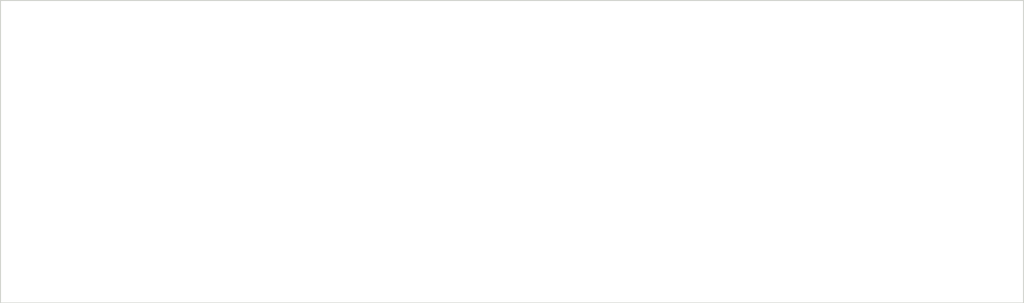
<source format=kicad_pcb>
(kicad_pcb (version 20221018) (generator pcbnew)

  (general
    (thickness 1.6)
  )

  (paper "A4")
  (title_block
    (title "ample Front Panel")
    (date "2023-07-15")
    (rev "00.01")
  )

  (layers
    (0 "F.Cu" signal)
    (31 "B.Cu" signal)
    (32 "B.Adhes" user "B.Adhesive")
    (33 "F.Adhes" user "F.Adhesive")
    (34 "B.Paste" user)
    (35 "F.Paste" user)
    (36 "B.SilkS" user "B.Silkscreen")
    (37 "F.SilkS" user "F.Silkscreen")
    (38 "B.Mask" user)
    (39 "F.Mask" user)
    (40 "Dwgs.User" user "User.Drawings")
    (41 "Cmts.User" user "User.Comments")
    (42 "Eco1.User" user "User.Eco1")
    (43 "Eco2.User" user "User.Eco2")
    (44 "Edge.Cuts" user)
    (45 "Margin" user)
    (46 "B.CrtYd" user "B.Courtyard")
    (47 "F.CrtYd" user "F.Courtyard")
    (48 "B.Fab" user)
    (49 "F.Fab" user)
    (50 "User.1" user)
    (51 "User.2" user)
    (52 "User.3" user)
    (53 "User.4" user)
    (54 "User.5" user)
    (55 "User.6" user)
    (56 "User.7" user)
    (57 "User.8" user)
    (58 "User.9" user)
  )

  (setup
    (pad_to_mask_clearance 0)
    (grid_origin 110 130)
    (pcbplotparams
      (layerselection 0x00010fc_ffffffff)
      (plot_on_all_layers_selection 0x0000000_00000000)
      (disableapertmacros false)
      (usegerberextensions false)
      (usegerberattributes true)
      (usegerberadvancedattributes true)
      (creategerberjobfile true)
      (dashed_line_dash_ratio 12.000000)
      (dashed_line_gap_ratio 3.000000)
      (svgprecision 4)
      (plotframeref false)
      (viasonmask false)
      (mode 1)
      (useauxorigin false)
      (hpglpennumber 1)
      (hpglpenspeed 20)
      (hpglpendiameter 15.000000)
      (dxfpolygonmode true)
      (dxfimperialunits true)
      (dxfusepcbnewfont true)
      (psnegative false)
      (psa4output false)
      (plotreference true)
      (plotvalue true)
      (plotinvisibletext false)
      (sketchpadsonfab false)
      (subtractmaskfromsilk false)
      (outputformat 1)
      (mirror false)
      (drillshape 1)
      (scaleselection 1)
      (outputdirectory "")
    )
  )

  (net 0 "")

  (gr_line (start 110 99.5) (end 213 99.5)
    (stroke (width 0.1) (type default)) (layer "Edge.Cuts") (tstamp 1b5d6991-8ba6-4834-a4d2-cc2cd83db6db))
  (gr_line (start 213 99.5) (end 213 130)
    (stroke (width 0.1) (type default)) (layer "Edge.Cuts") (tstamp 9f84afb6-d50e-4d54-b202-5e720c900caa))
  (gr_line (start 110 130) (end 110 99.5)
    (stroke (width 0.1) (type default)) (layer "Edge.Cuts") (tstamp a587c7a2-872d-4086-a83f-23f4fafccf2c))
  (gr_line (start 213 130) (end 110 130)
    (stroke (width 0.1) (type default)) (layer "Edge.Cuts") (tstamp d6349266-2aab-4a4e-a89c-a1c89582fa69))

)

</source>
